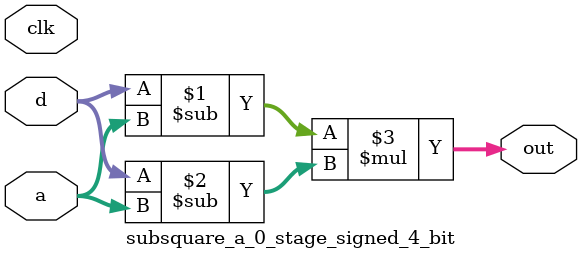
<source format=sv>
(* use_dsp = "yes" *) module subsquare_a_0_stage_signed_4_bit(
	input signed [3:0] a,
	input signed [3:0] d,
	output [3:0] out,
	input clk);

	assign out = (d - a) * (d - a);
endmodule

</source>
